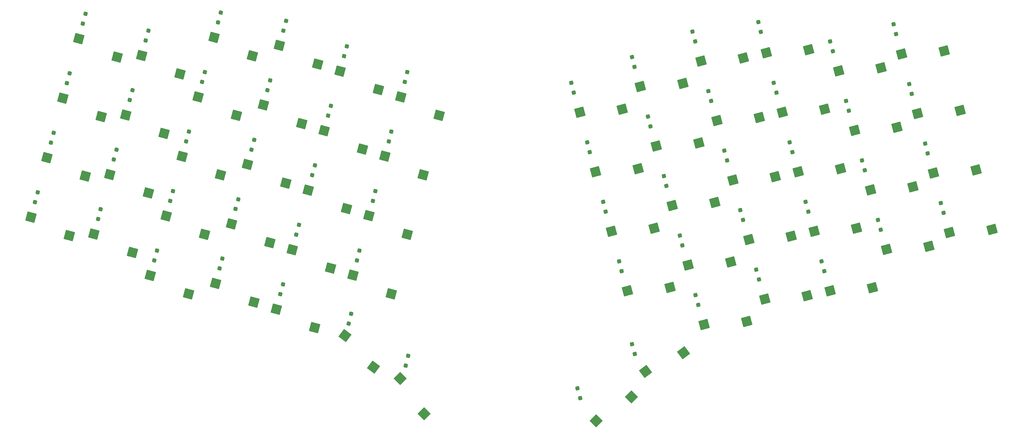
<source format=gbr>
%TF.GenerationSoftware,KiCad,Pcbnew,7.0.1*%
%TF.CreationDate,2023-03-26T20:17:16+02:00*%
%TF.ProjectId,SofleUnsplit,536f666c-6555-46e7-9370-6c69742e6b69,rev?*%
%TF.SameCoordinates,Original*%
%TF.FileFunction,Paste,Bot*%
%TF.FilePolarity,Positive*%
%FSLAX46Y46*%
G04 Gerber Fmt 4.6, Leading zero omitted, Abs format (unit mm)*
G04 Created by KiCad (PCBNEW 7.0.1) date 2023-03-26 20:17:16*
%MOMM*%
%LPD*%
G01*
G04 APERTURE LIST*
G04 Aperture macros list*
%AMRoundRect*
0 Rectangle with rounded corners*
0 $1 Rounding radius*
0 $2 $3 $4 $5 $6 $7 $8 $9 X,Y pos of 4 corners*
0 Add a 4 corners polygon primitive as box body*
4,1,4,$2,$3,$4,$5,$6,$7,$8,$9,$2,$3,0*
0 Add four circle primitives for the rounded corners*
1,1,$1+$1,$2,$3*
1,1,$1+$1,$4,$5*
1,1,$1+$1,$6,$7*
1,1,$1+$1,$8,$9*
0 Add four rect primitives between the rounded corners*
20,1,$1+$1,$2,$3,$4,$5,0*
20,1,$1+$1,$4,$5,$6,$7,0*
20,1,$1+$1,$6,$7,$8,$9,0*
20,1,$1+$1,$8,$9,$2,$3,0*%
%AMRotRect*
0 Rectangle, with rotation*
0 The origin of the aperture is its center*
0 $1 length*
0 $2 width*
0 $3 Rotation angle, in degrees counterclockwise*
0 Add horizontal line*
21,1,$1,$2,0,0,$3*%
G04 Aperture macros list end*
%ADD10RotRect,2.600000X2.600000X345.000000*%
%ADD11RotRect,2.600000X2.600000X15.000000*%
%ADD12RotRect,2.600000X2.600000X45.000000*%
%ADD13RotRect,2.600000X2.600000X315.000000*%
%ADD14RotRect,2.600000X2.600000X323.000000*%
%ADD15RotRect,2.600000X2.600000X37.000000*%
%ADD16RoundRect,0.250000X-0.212132X0.367423X-0.367423X-0.212132X0.212132X-0.367423X0.367423X0.212132X0*%
%ADD17RoundRect,0.250000X-0.367423X0.212132X-0.212132X-0.367423X0.367423X-0.212132X0.212132X0.367423X0*%
G04 APERTURE END LIST*
D10*
%TO.C,SW7*%
X115395446Y-99038629D03*
X104808404Y-93924232D03*
%TD*%
%TO.C,SW10*%
X144170149Y-61196636D03*
X133583107Y-56082239D03*
%TD*%
D11*
%TO.C,SW37*%
X271788105Y-101639654D03*
X260062260Y-102503977D03*
%TD*%
D10*
%TO.C,SW17*%
X153404014Y-96282042D03*
X142816972Y-91167645D03*
%TD*%
D11*
%TO.C,SW47*%
X306561434Y-92322169D03*
X294835589Y-93186492D03*
%TD*%
%TO.C,SW58*%
X348322878Y-109084681D03*
X336597033Y-109949004D03*
%TD*%
%TO.C,SW41*%
X284127798Y-78145358D03*
X272401953Y-79009681D03*
%TD*%
D10*
%TO.C,SW18*%
X149004090Y-112702781D03*
X138417048Y-107588384D03*
%TD*%
D11*
%TO.C,SW52*%
X326536290Y-97322684D03*
X314810445Y-98187007D03*
%TD*%
%TO.C,SW57*%
X343922955Y-92663941D03*
X332197110Y-93528264D03*
%TD*%
D10*
%TO.C,SW15*%
X162203862Y-63440564D03*
X151616820Y-58326167D03*
%TD*%
%TO.C,SW22*%
X170143632Y-103355600D03*
X159556590Y-98241203D03*
%TD*%
%TO.C,SW4*%
X93608858Y-110800626D03*
X83021816Y-105686229D03*
%TD*%
D11*
%TO.C,SW49*%
X297327569Y-127407575D03*
X285601724Y-128271898D03*
%TD*%
%TO.C,SW43*%
X292927646Y-110986836D03*
X281201801Y-111851159D03*
%TD*%
%TO.C,SW45*%
X297761587Y-59480691D03*
X286035742Y-60345014D03*
%TD*%
%TO.C,SW44*%
X280587952Y-134481133D03*
X268862107Y-135345456D03*
%TD*%
D10*
%TO.C,SW23*%
X165743708Y-119776339D03*
X155156666Y-114661942D03*
%TD*%
D11*
%TO.C,SW42*%
X288527722Y-94566097D03*
X276801877Y-95430420D03*
%TD*%
D10*
%TO.C,SW28*%
X182483325Y-126849896D03*
X171896283Y-121735499D03*
%TD*%
D12*
%TO.C,SW34*%
X248759405Y-155334893D03*
X239036687Y-161946341D03*
%TD*%
D11*
%TO.C,SW33*%
X259448411Y-125133951D03*
X247722566Y-125998274D03*
%TD*%
%TO.C,SW36*%
X267388181Y-85218915D03*
X255662336Y-86083238D03*
%TD*%
%TO.C,SW48*%
X310961358Y-108742908D03*
X299235513Y-109607231D03*
%TD*%
D10*
%TO.C,SW27*%
X186883249Y-110429157D03*
X176296207Y-105314760D03*
%TD*%
%TO.C,SW1*%
X106808629Y-61538408D03*
X96221587Y-56424011D03*
%TD*%
D11*
%TO.C,SW35*%
X262988257Y-68798176D03*
X251262412Y-69662499D03*
%TD*%
%TO.C,SW38*%
X276188028Y-118060394D03*
X264462183Y-118924717D03*
%TD*%
D10*
%TO.C,SW5*%
X124195294Y-66197151D03*
X113608252Y-61082754D03*
%TD*%
%TO.C,SW12*%
X135370302Y-94038114D03*
X124783260Y-88923717D03*
%TD*%
D11*
%TO.C,SW50*%
X317736442Y-64481206D03*
X306010597Y-65345529D03*
%TD*%
D10*
%TO.C,SW16*%
X157803938Y-79861303D03*
X147216896Y-74746906D03*
%TD*%
D11*
%TO.C,SW32*%
X255048487Y-108713212D03*
X243322642Y-109577535D03*
%TD*%
D10*
%TO.C,SW8*%
X110995523Y-115459368D03*
X100408481Y-110344971D03*
%TD*%
D11*
%TO.C,SW40*%
X279727874Y-61724619D03*
X268002029Y-62588942D03*
%TD*%
D10*
%TO.C,SW14*%
X144604167Y-129123520D03*
X134017125Y-124009123D03*
%TD*%
D11*
%TO.C,SW54*%
X315361282Y-125163647D03*
X303635437Y-126027970D03*
%TD*%
D13*
%TO.C,SW29*%
X191530336Y-159988255D03*
X184918888Y-150265537D03*
%TD*%
D11*
%TO.C,SW30*%
X246248640Y-75859626D03*
X234522795Y-76723949D03*
%TD*%
D10*
%TO.C,SW26*%
X191283173Y-94008418D03*
X180696131Y-88894021D03*
%TD*%
%TO.C,SW21*%
X174543555Y-86934860D03*
X163956513Y-81820463D03*
%TD*%
%TO.C,SW9*%
X126570454Y-126879592D03*
X115983412Y-121765195D03*
%TD*%
D14*
%TO.C,SW24*%
X177616020Y-147072804D03*
X169715773Y-138364843D03*
%TD*%
D10*
%TO.C,SW6*%
X119795370Y-82617890D03*
X109208328Y-77503493D03*
%TD*%
%TO.C,SW2*%
X102408705Y-77959147D03*
X91821663Y-72844750D03*
%TD*%
%TO.C,SW25*%
X195683096Y-77587679D03*
X185096054Y-72473282D03*
%TD*%
%TO.C,SW13*%
X130970378Y-110458853D03*
X120383336Y-105344456D03*
%TD*%
D11*
%TO.C,SW55*%
X335123107Y-59822463D03*
X323397262Y-60686786D03*
%TD*%
D10*
%TO.C,SW20*%
X178943479Y-70514121D03*
X168356437Y-65399724D03*
%TD*%
%TO.C,SW11*%
X139770226Y-77617375D03*
X129183184Y-72502978D03*
%TD*%
D11*
%TO.C,SW56*%
X339523031Y-76243202D03*
X327797186Y-77107525D03*
%TD*%
D15*
%TO.C,SW39*%
X263219966Y-143110236D03*
X252671732Y-148304201D03*
%TD*%
D11*
%TO.C,SW51*%
X322136366Y-80901945D03*
X310410521Y-81766268D03*
%TD*%
%TO.C,SW53*%
X330936213Y-113743423D03*
X319210368Y-114607746D03*
%TD*%
D10*
%TO.C,SW19*%
X161343784Y-136197078D03*
X150756742Y-131082681D03*
%TD*%
D11*
%TO.C,SW31*%
X250648564Y-92292473D03*
X238922719Y-93156796D03*
%TD*%
D10*
%TO.C,SW3*%
X98008782Y-94379887D03*
X87421740Y-89265490D03*
%TD*%
D11*
%TO.C,SW46*%
X302161511Y-75901430D03*
X290435666Y-76765753D03*
%TD*%
D16*
%TO.C,D27*%
X178122162Y-98481970D03*
X177397468Y-101186562D03*
%TD*%
D17*
%TO.C,D45*%
X283817653Y-51897704D03*
X284542347Y-54602296D03*
%TD*%
%TO.C,D58*%
X334257151Y-101832759D03*
X334981845Y-104537351D03*
%TD*%
%TO.C,D46*%
X288095784Y-68649508D03*
X288820478Y-71354100D03*
%TD*%
%TO.C,D50*%
X303670715Y-57229284D03*
X304395409Y-59933876D03*
%TD*%
%TO.C,D35*%
X248922530Y-61546254D03*
X249647224Y-64250846D03*
%TD*%
D16*
%TO.C,D21*%
X165782468Y-74987673D03*
X165057774Y-77692265D03*
%TD*%
D17*
%TO.C,D34*%
X233927653Y-152947704D03*
X234652347Y-155652296D03*
%TD*%
D16*
%TO.C,D19*%
X152582697Y-124249891D03*
X151858003Y-126954483D03*
%TD*%
%TO.C,D29*%
X187172347Y-143977704D03*
X186447653Y-146682296D03*
%TD*%
%TO.C,D23*%
X156982621Y-107829152D03*
X156257927Y-110533744D03*
%TD*%
D17*
%TO.C,D57*%
X329857228Y-85412019D03*
X330581922Y-88116611D03*
%TD*%
D16*
%TO.C,D13*%
X122209291Y-98511666D03*
X121484597Y-101216258D03*
%TD*%
%TO.C,D1*%
X98047542Y-49591221D03*
X97322848Y-52295813D03*
%TD*%
%TO.C,D18*%
X140243003Y-100755594D03*
X139518309Y-103460186D03*
%TD*%
%TO.C,D11*%
X131009139Y-65670188D03*
X130284445Y-68374780D03*
%TD*%
D17*
%TO.C,D52*%
X312470563Y-90070762D03*
X313195257Y-92775354D03*
%TD*%
%TO.C,D33*%
X245382684Y-117882029D03*
X246107378Y-120586621D03*
%TD*%
D16*
%TO.C,D25*%
X186922009Y-65640492D03*
X186197315Y-68345084D03*
%TD*%
%TO.C,D17*%
X144642927Y-84334855D03*
X143918233Y-87039447D03*
%TD*%
D17*
%TO.C,D39*%
X248977653Y-140767704D03*
X249702347Y-143472296D03*
%TD*%
D16*
%TO.C,D15*%
X153442775Y-51493377D03*
X152718081Y-54197969D03*
%TD*%
%TO.C,D20*%
X170182392Y-58566934D03*
X169457698Y-61271526D03*
%TD*%
D17*
%TO.C,D31*%
X236582837Y-85040551D03*
X237307531Y-87745143D03*
%TD*%
D16*
%TO.C,D5*%
X115434207Y-54249964D03*
X114709513Y-56954556D03*
%TD*%
D17*
%TO.C,D41*%
X270062071Y-70893436D03*
X270786765Y-73598028D03*
%TD*%
D16*
%TO.C,D10*%
X135409062Y-49249449D03*
X134684368Y-51954041D03*
%TD*%
%TO.C,D16*%
X149042851Y-67914116D03*
X148318157Y-70618708D03*
%TD*%
D17*
%TO.C,D44*%
X266522225Y-127229211D03*
X267246919Y-129933803D03*
%TD*%
D16*
%TO.C,D22*%
X161382545Y-91408413D03*
X160657851Y-94113005D03*
%TD*%
%TO.C,D9*%
X117809367Y-114932405D03*
X117084673Y-117636997D03*
%TD*%
D17*
%TO.C,D48*%
X296895631Y-101490986D03*
X297620325Y-104195578D03*
%TD*%
%TO.C,D32*%
X240982760Y-101461290D03*
X241707454Y-104165882D03*
%TD*%
%TO.C,D54*%
X301295555Y-117911725D03*
X302020249Y-120616317D03*
%TD*%
%TO.C,D55*%
X321167653Y-52487704D03*
X321892347Y-55192296D03*
%TD*%
D16*
%TO.C,D28*%
X173722238Y-114902709D03*
X172997544Y-117607301D03*
%TD*%
%TO.C,D7*%
X106634359Y-87091442D03*
X105909665Y-89796034D03*
%TD*%
D17*
%TO.C,D56*%
X325457304Y-68991280D03*
X326181998Y-71695872D03*
%TD*%
%TO.C,D38*%
X262122301Y-110808472D03*
X262846995Y-113513064D03*
%TD*%
%TO.C,D37*%
X257722378Y-94387732D03*
X258447072Y-97092324D03*
%TD*%
D16*
%TO.C,D3*%
X89247695Y-82432700D03*
X88523001Y-85137292D03*
%TD*%
D17*
%TO.C,D53*%
X316870486Y-106491501D03*
X317595180Y-109196093D03*
%TD*%
%TO.C,D42*%
X274461995Y-87314175D03*
X275186689Y-90018767D03*
%TD*%
%TO.C,D30*%
X232182913Y-68607704D03*
X232907607Y-71312296D03*
%TD*%
%TO.C,D51*%
X308070639Y-73650023D03*
X308795333Y-76354615D03*
%TD*%
%TO.C,D43*%
X278861919Y-103734914D03*
X279586613Y-106439506D03*
%TD*%
D16*
%TO.C,D4*%
X84847771Y-98853439D03*
X84123077Y-101558031D03*
%TD*%
%TO.C,D14*%
X135843080Y-117176333D03*
X135118386Y-119880925D03*
%TD*%
D17*
%TO.C,D49*%
X283261842Y-120155653D03*
X283986536Y-122860245D03*
%TD*%
D16*
%TO.C,D6*%
X111034283Y-70670703D03*
X110309589Y-73375295D03*
%TD*%
%TO.C,D2*%
X93647618Y-66011960D03*
X92922924Y-68716552D03*
%TD*%
%TO.C,D12*%
X126609215Y-82090927D03*
X125884521Y-84795519D03*
%TD*%
%TO.C,D26*%
X182522086Y-82061231D03*
X181797392Y-84765823D03*
%TD*%
%TO.C,D24*%
X171422347Y-132377704D03*
X170697653Y-135082296D03*
%TD*%
D17*
%TO.C,D40*%
X265662147Y-54472697D03*
X266386841Y-57177289D03*
%TD*%
%TO.C,D36*%
X253322454Y-77966993D03*
X254047148Y-80671585D03*
%TD*%
%TO.C,D47*%
X292495707Y-85070247D03*
X293220401Y-87774839D03*
%TD*%
D16*
%TO.C,D8*%
X102234436Y-103512181D03*
X101509742Y-106216773D03*
%TD*%
M02*

</source>
